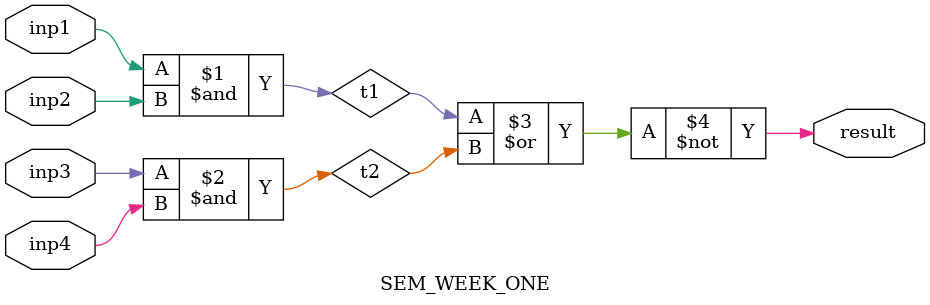
<source format=v>
module SEM_WEEK_ONE(
	inp1, inp2, inp3, inp4,
	result
);

	input inp1, inp2, inp3, inp4;
	output result;
	wire t1, t2;
	
	assign t1 = inp1 & inp2;
	assign t2 = inp3 & inp4;
	assign result = ~(t1|t2);
	
endmodule 
</source>
